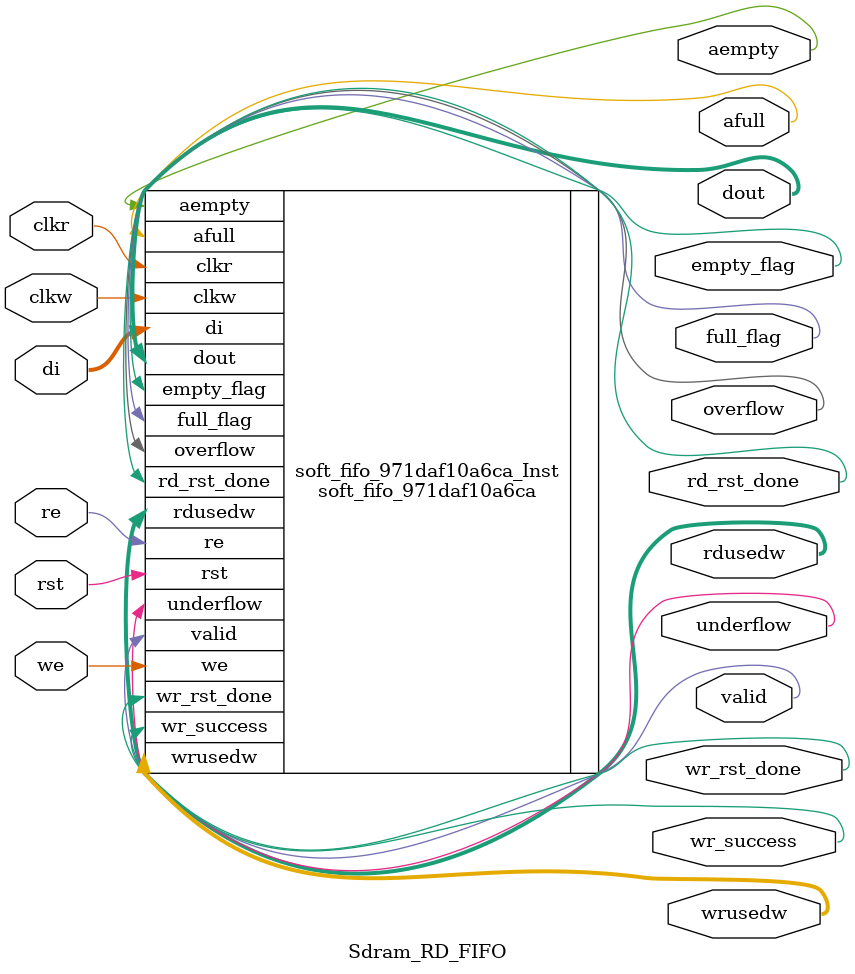
<source format=v>
/************************************************************\
**	Copyright (c) 2012-2025 Anlogic Inc.
**	All Right Reserved.
\************************************************************/
/************************************************************\
**	Build time: Oct 21 2025 18:14:29
**	TD version	:	6.2.168116
************************************************************/
`timescale 1ns/1ps
module Sdram_RD_FIFO
(
  input                         rst,
  input   [15:0]                di,
  input                         clkr,
  input                         re,
  input                         clkw,
  input                         we,
  output  [15:0]                dout,
  output                        empty_flag,
  output                        aempty,
  output                        full_flag,
  output                        afull,
  output                        valid,
  output                        overflow,
  output                        underflow,
  output                        wr_success,
  output  [9:0]                 rdusedw,
  output  [9:0]                 wrusedw,
  output                        wr_rst_done,
  output                        rd_rst_done
);

  soft_fifo_971daf10a6ca
  #(
      .COMMON_CLK_EN(0),
      .MEMORY_TYPE(0),
      .RST_TYPE(1),
      .DATA_WIDTH_W(16),
      .ADDR_WIDTH_W(9),
      .DATA_WIDTH_R(16),
      .ADDR_WIDTH_R(9),
      .DOUT_INITVAL(16'h0),
      .OUTREG_EN("NOREG"),
      .SHOW_AHEAD_EN(1),
      .AL_FULL_NUM(509),
      .AL_EMPTY_NUM(2),
      .RDUSEDW_WIDTH(10),
      .WRUSEDW_WIDTH(10),
      .ASYNC_RST_SYNC_RELS(1),
      .SYNC_STAGE(2)
  )soft_fifo_971daf10a6ca_Inst
  (
      .rst(rst),
      .di(di),
      .clkr(clkr),
      .re(re),
      .clkw(clkw),
      .we(we),
      .dout(dout),
      .empty_flag(empty_flag),
      .aempty(aempty),
      .full_flag(full_flag),
      .afull(afull),
      .valid(valid),
      .overflow(overflow),
      .underflow(underflow),
      .wr_success(wr_success),
      .rdusedw(rdusedw),
      .wrusedw(wrusedw),
      .wr_rst_done(wr_rst_done),
      .rd_rst_done(rd_rst_done)
  );
endmodule

</source>
